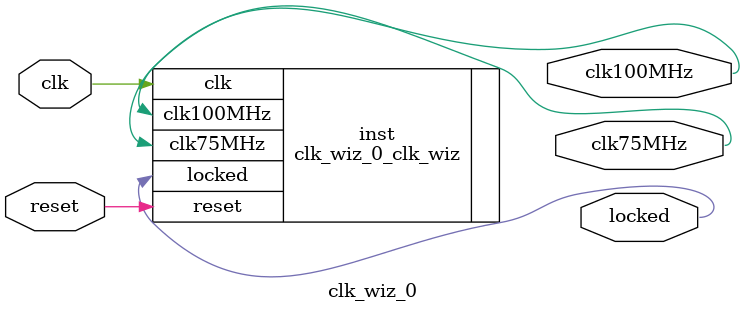
<source format=v>


`timescale 1ns/1ps

/*
Autor: Tomasz Jurczyk
*/

(* CORE_GENERATION_INFO = "clk_wiz_0,clk_wiz_v5_4_2_0,{component_name=clk_wiz_0,use_phase_alignment=true,use_min_o_jitter=false,use_max_i_jitter=false,use_dyn_phase_shift=false,use_inclk_switchover=false,use_dyn_reconfig=false,enable_axi=0,feedback_source=FDBK_AUTO,PRIMITIVE=MMCM,num_out_clk=2,clkin1_period=10.000,clkin2_period=10.000,use_power_down=false,use_reset=true,use_locked=true,use_inclk_stopped=false,feedback_type=SINGLE,CLOCK_MGR_TYPE=NA,manual_override=false}" *)

module clk_wiz_0 
 (
  // Clock out ports
  output        clk100MHz,
  output        clk75MHz,
  // Status and control signals
  input         reset,
  output        locked,
 // Clock in ports
  input         clk
 );

  clk_wiz_0_clk_wiz inst
  (
  // Clock out ports  
  .clk100MHz(clk100MHz),
  .clk75MHz(clk75MHz),
  // Status and control signals               
  .reset(reset), 
  .locked(locked),
 // Clock in ports
  .clk(clk)
  );

endmodule

</source>
